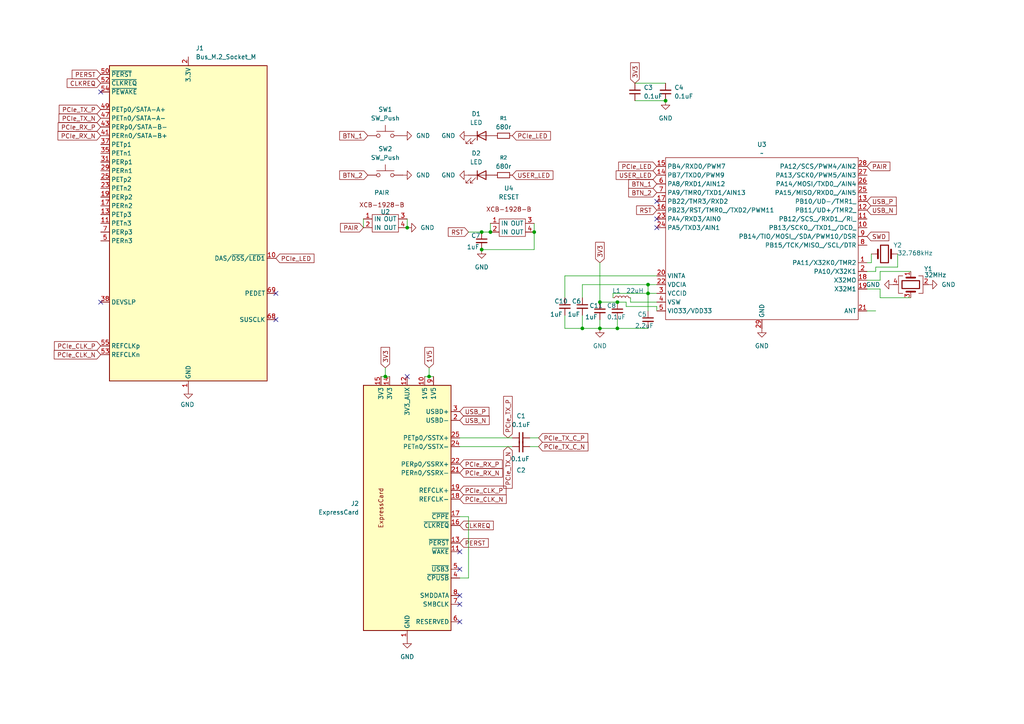
<source format=kicad_sch>
(kicad_sch (version 20250114) (generator "eeschema") (generator_version "9.0")
  (paper "A4")
  (lib_symbols
    (symbol "CH592:CH592F"
      (property "Reference" "U1" (at 25.4 2.54 0))
      (property "Value" "~" (at 25.4 0 0))
      (symbol "CH592F_0_1"
        (rectangle (start -2.54 -1.27) (end 53.34 -48.26))
      )
      (symbol "CH592F_1_1"
        (pin input line (at -5.08 -3.81 0) (length 2.54) (name "PB4/RXD0/PWM7") (number "15"))
        (pin input line (at -5.08 -6.35 0) (length 2.54) (name "PB7/TXD0/PWM9") (number "14"))
        (pin input line (at -5.08 -8.89 0) (length 2.54) (name "PA8/RXD1/AIN12") (number "6"))
        (pin input line (at -5.08 -11.43 0) (length 2.54) (name "PA9/TMR0/TXD1/AIN13") (number "7"))
        (pin input line (at -5.08 -13.97 0) (length 2.54) (name "PB22/TMR3/RXD2") (number "17"))
        (pin input line (at -5.08 -16.51 0) (length 2.54) (name "PB23/RST/TMR0_/TXD2/PWM11") (number "16"))
        (pin input line (at -5.08 -19.05 0) (length 2.54) (name "PA4/RXD3/AIN0") (number "23"))
        (pin input line (at -5.08 -21.59 0) (length 2.54) (name "PA5/TXD3/AIN1") (number "24"))
        (pin input line (at -5.08 -35.56 0) (length 2.54) (name "VINTA") (number "20"))
        (pin input line (at -5.08 -38.1 0) (length 2.54) (name "VDCIA") (number "22"))
        (pin input line (at -5.08 -40.64 0) (length 2.54) (name "VCCID") (number "3"))
        (pin input line (at -5.08 -43.18 0) (length 2.54) (name "VSW") (number "4"))
        (pin input line (at -5.08 -45.72 0) (length 2.54) (name "VIO33/VDD33") (number "5"))
        (pin input line (at 25.4 -50.8 90) (length 2.54) (name "GND") (number "29"))
        (pin input line (at 55.88 -3.81 180) (length 2.54) (name "PA12/SCS/PWM4/AIN2") (number "28"))
        (pin input line (at 55.88 -6.35 180) (length 2.54) (name "PA13/SCK0/PWM5/AIN3") (number "27"))
        (pin input line (at 55.88 -8.89 180) (length 2.54) (name "PA14/MOSI/TXD0_/AIN4") (number "26"))
        (pin input line (at 55.88 -11.43 180) (length 2.54) (name "PA15/MISO/RXD0_/AIN5") (number "25"))
        (pin input line (at 55.88 -13.97 180) (length 2.54) (name "PB10/UD-/TMR1_") (number "13"))
        (pin input line (at 55.88 -16.51 180) (length 2.54) (name "PB11/UD+/TMR2_") (number "12"))
        (pin input line (at 55.88 -19.05 180) (length 2.54) (name "PB12/SCS_/RXD1_/RI_") (number "11"))
        (pin input line (at 55.88 -21.59 180) (length 2.54) (name "PB13/SCK0_/TXD1_/DCD_") (number "10"))
        (pin input line (at 55.88 -24.13 180) (length 2.54) (name "PB14/TIO/MOSI_/SDA/PWM10/DSR") (number "9"))
        (pin input line (at 55.88 -26.67 180) (length 2.54) (name "PB15/TCK/MISO_/SCL/DTR") (number "8"))
        (pin input line (at 55.88 -31.75 180) (length 2.54) (name "PA11/X32K0/TMR2") (number "1"))
        (pin input line (at 55.88 -34.29 180) (length 2.54) (name "PA10/X32K1") (number "2"))
        (pin input line (at 55.88 -36.83 180) (length 2.54) (name "X32MO") (number "18"))
        (pin input line (at 55.88 -39.37 180) (length 2.54) (name "X32M1") (number "19"))
        (pin input line (at 55.88 -45.72 180) (length 2.54) (name "ANT") (number "21"))
      )
    )
    (symbol "Connector:Bus_M.2_Socket_M"
      (property "Reference" "J" (at -22.86 46.99 0))
      (property "Value" "Bus_M.2_Socket_M" (at 16.51 46.99 0))
      (symbol "Bus_M.2_Socket_M_0_1"
        (rectangle (start -22.86 45.72) (end 22.86 -45.72) (stroke (width 0.254)) (fill (type background)))
      )
      (symbol "Bus_M.2_Socket_M_1_1"
        (pin output line (at -25.4 43.18 0) (length 2.54) (name "~{PERST}") (number "50"))
        (pin bidirectional line (at -25.4 40.64 0) (length 2.54) (name "~{CLKREQ}") (number "52"))
        (pin bidirectional line (at -25.4 38.1 0) (length 2.54) (name "~{PEWAKE}") (number "54"))
        (pin output line (at -25.4 33.02 0) (length 2.54) (name "PETp0/SATA-A+") (number "49"))
        (pin output line (at -25.4 30.48 0) (length 2.54) (name "PETn0/SATA-A-") (number "47"))
        (pin input line (at -25.4 27.94 0) (length 2.54) (name "PERp0/SATA-B-") (number "43"))
        (pin input line (at -25.4 25.4 0) (length 2.54) (name "PERn0/SATA-B+") (number "41"))
        (pin output line (at -25.4 22.86 0) (length 2.54) (name "PETp1") (number "37"))
        (pin output line (at -25.4 20.32 0) (length 2.54) (name "PETn1") (number "35"))
        (pin input line (at -25.4 17.78 0) (length 2.54) (name "PERp1") (number "31"))
        (pin input line (at -25.4 15.24 0) (length 2.54) (name "PERn1") (number "29"))
        (pin output line (at -25.4 12.7 0) (length 2.54) (name "PETp2") (number "25"))
        (pin output line (at -25.4 10.16 0) (length 2.54) (name "PETn2") (number "23"))
        (pin input line (at -25.4 7.62 0) (length 2.54) (name "PERp2") (number "19"))
        (pin input line (at -25.4 5.08 0) (length 2.54) (name "PERn2") (number "17"))
        (pin output line (at -25.4 2.54 0) (length 2.54) (name "PETp3") (number "13"))
        (pin output line (at -25.4 0 0) (length 2.54) (name "PETn3") (number "11"))
        (pin input line (at -25.4 -2.54 0) (length 2.54) (name "PERp3") (number "7"))
        (pin input line (at -25.4 -5.08 0) (length 2.54) (name "PERn3") (number "5"))
        (pin output line (at -25.4 -22.86 0) (length 2.54) (name "DEVSLP") (number "38"))
        (pin output line (at -25.4 -35.56 0) (length 2.54) (name "REFCLKp") (number "55"))
        (pin output line (at -25.4 -38.1 0) (length 2.54) (name "REFCLKn") (number "53"))
        (pin passive line (at 0 48.26 270) (length 2.54) (hide yes) (name "3.3V") (number "12"))
        (pin passive line (at 0 48.26 270) (length 2.54) (hide yes) (name "3.3V") (number "14"))
        (pin passive line (at 0 48.26 270) (length 2.54) (hide yes) (name "3.3V") (number "16"))
        (pin passive line (at 0 48.26 270) (length 2.54) (hide yes) (name "3.3V") (number "18"))
        (pin power_in line (at 0 48.26 270) (length 2.54) (name "3.3V") (number "2"))
        (pin passive line (at 0 48.26 270) (length 2.54) (hide yes) (name "3.3V") (number "4"))
        (pin passive line (at 0 48.26 270) (length 2.54) (hide yes) (name "3.3V") (number "70"))
        (pin passive line (at 0 48.26 270) (length 2.54) (hide yes) (name "3.3V") (number "72"))
        (pin passive line (at 0 48.26 270) (length 2.54) (hide yes) (name "3.3V") (number "74"))
        (pin power_in line (at 0 -48.26 90) (length 2.54) (name "GND") (number "1"))
        (pin passive line (at 0 -48.26 90) (length 2.54) (hide yes) (name "GND") (number "15"))
        (pin passive line (at 0 -48.26 90) (length 2.54) (hide yes) (name "GND") (number "21"))
        (pin passive line (at 0 -48.26 90) (length 2.54) (hide yes) (name "GND") (number "27"))
        (pin passive line (at 0 -48.26 90) (length 2.54) (hide yes) (name "GND") (number "3"))
        (pin passive line (at 0 -48.26 90) (length 2.54) (hide yes) (name "GND") (number "33"))
        (pin passive line (at 0 -48.26 90) (length 2.54) (hide yes) (name "GND") (number "39"))
        (pin passive line (at 0 -48.26 90) (length 2.54) (hide yes) (name "GND") (number "45"))
        (pin passive line (at 0 -48.26 90) (length 2.54) (hide yes) (name "GND") (number "51"))
        (pin passive line (at 0 -48.26 90) (length 2.54) (hide yes) (name "GND") (number "57"))
        (pin passive line (at 0 -48.26 90) (length 2.54) (hide yes) (name "GND") (number "71"))
        (pin passive line (at 0 -48.26 90) (length 2.54) (hide yes) (name "GND") (number "73"))
        (pin passive line (at 0 -48.26 90) (length 2.54) (hide yes) (name "GND") (number "75"))
        (pin passive line (at 0 -48.26 90) (length 2.54) (hide yes) (name "GND") (number "9"))
        (pin no_connect line (at 22.86 40.64 180) (length 2.54) (hide yes) (name "NC") (number "58"))
        (pin no_connect line (at 22.86 38.1 180) (length 2.54) (hide yes) (name "NC") (number "56"))
        (pin no_connect line (at 22.86 35.56 180) (length 2.54) (hide yes) (name "NC") (number "48"))
        (pin no_connect line (at 22.86 33.02 180) (length 2.54) (hide yes) (name "NC") (number "46"))
        (pin no_connect line (at 22.86 30.48 180) (length 2.54) (hide yes) (name "NC") (number "44"))
        (pin no_connect line (at 22.86 27.94 180) (length 2.54) (hide yes) (name "NC") (number "42"))
        (pin no_connect line (at 22.86 25.4 180) (length 2.54) (hide yes) (name "NC") (number "40"))
        (pin no_connect line (at 22.86 22.86 180) (length 2.54) (hide yes) (name "NC") (number "36"))
        (pin no_connect line (at 22.86 20.32 180) (length 2.54) (hide yes) (name "NC") (number "34"))
        (pin no_connect line (at 22.86 17.78 180) (length 2.54) (hide yes) (name "NC") (number "32"))
        (pin no_connect line (at 22.86 15.24 180) (length 2.54) (hide yes) (name "NC") (number "30"))
        (pin no_connect line (at 22.86 12.7 180) (length 2.54) (hide yes) (name "NC") (number "28"))
        (pin no_connect line (at 22.86 10.16 180) (length 2.54) (hide yes) (name "NC") (number "26"))
        (pin no_connect line (at 22.86 7.62 180) (length 2.54) (hide yes) (name "NC") (number "24"))
        (pin no_connect line (at 22.86 5.08 180) (length 2.54) (hide yes) (name "NC") (number "22"))
        (pin no_connect line (at 22.86 2.54 180) (length 2.54) (hide yes) (name "NC") (number "20"))
        (pin no_connect line (at 22.86 0 180) (length 2.54) (hide yes) (name "NC") (number "8"))
        (pin no_connect line (at 22.86 -2.54 180) (length 2.54) (hide yes) (name "NC") (number "6"))
        (pin no_connect line (at 22.86 -5.08 180) (length 2.54) (hide yes) (name "NC") (number "67"))
        (pin bidirectional line (at 25.4 -10.16 180) (length 2.54) (name "DAS/~{DSS}/~{LED1}") (number "10"))
        (pin passive line (at 25.4 -20.32 180) (length 2.54) (name "PEDET") (number "69"))
        (pin output line (at 25.4 -27.94 180) (length 2.54) (name "SUSCLK") (number "68"))
      )
    )
    (symbol "Connector:ExpressCard"
      (property "Reference" "J" (at 11.43 36.83 0))
      (property "Value" "ExpressCard" (at 7.62 -36.83 0))
      (symbol "ExpressCard_0_0"
        (text "ExpressCard" (at -7.62 0 900) (effects (font (size 1.27 1.27))))
      )
      (symbol "ExpressCard_0_1"
        (rectangle (start -12.7 35.56) (end 12.7 -35.56) (stroke (width 0.254)) (fill (type background)))
      )
      (symbol "ExpressCard_1_1"
        (pin power_out line (at -7.62 38.1 270) (length 2.54) (name "3V3") (number "15"))
        (pin power_out line (at -5.08 38.1 270) (length 2.54) (name "3V3") (number "14"))
        (pin power_out line (at 0 38.1 270) (length 2.54) (name "3V3_AUX") (number "12"))
        (pin power_out line (at 0 -38.1 90) (length 2.54) (name "GND") (number "1"))
        (pin passive line (at 0 -38.1 90) (length 2.54) (hide yes) (name "GND") (number "20"))
        (pin passive line (at 0 -38.1 90) (length 2.54) (hide yes) (name "GND") (number "23"))
        (pin passive line (at 0 -38.1 90) (length 2.54) (hide yes) (name "GND") (number "26"))
        (pin power_out line (at 5.08 38.1 270) (length 2.54) (name "1V5") (number "10"))
        (pin power_out line (at 7.62 38.1 270) (length 2.54) (name "1V5") (number "9"))
        (pin bidirectional line (at 15.24 27.94 180) (length 2.54) (name "USBD+") (number "3"))
        (pin bidirectional line (at 15.24 25.4 180) (length 2.54) (name "USBD-") (number "2"))
        (pin output line (at 15.24 20.32 180) (length 2.54) (name "PETp0/SSTX+") (number "25"))
        (pin output line (at 15.24 17.78 180) (length 2.54) (name "PETn0/SSTX-") (number "24"))
        (pin input line (at 15.24 12.7 180) (length 2.54) (name "PERp0/SSRX+") (number "22"))
        (pin input line (at 15.24 10.16 180) (length 2.54) (name "PERn0/SSRX-") (number "21"))
        (pin output line (at 15.24 5.08 180) (length 2.54) (name "REFCLK+") (number "19"))
        (pin output line (at 15.24 2.54 180) (length 2.54) (name "REFCLK-") (number "18"))
        (pin input line (at 15.24 -2.54 180) (length 2.54) (name "~{CPPE}") (number "17"))
        (pin input line (at 15.24 -5.08 180) (length 2.54) (name "~{CLKREQ}") (number "16"))
        (pin output line (at 15.24 -10.16 180) (length 2.54) (name "~{PERST}") (number "13"))
        (pin input line (at 15.24 -12.7 180) (length 2.54) (name "~{WAKE}") (number "11"))
        (pin bidirectional line (at 15.24 -17.78 180) (length 2.54) (name "~{USB3}") (number "5"))
        (pin input line (at 15.24 -20.32 180) (length 2.54) (name "~{CPUSB}") (number "4"))
        (pin bidirectional line (at 15.24 -25.4 180) (length 2.54) (name "SMDDATA") (number "8"))
        (pin output line (at 15.24 -27.94 180) (length 2.54) (name "SMBCLK") (number "7"))
        (pin passive line (at 15.24 -33.02 180) (length 2.54) (name "RESERVED") (number "6"))
      )
    )
    (symbol "Device:C_Small" (pin_numbers (hide yes)) (pin_names (offset 0.254) (hide yes))
      (property "Reference" "C" (at 0.254 1.778 0))
      (property "Value" "C_Small" (at 0.254 -2.032 0))
      (symbol "C_Small_0_1"
        (polyline (pts (xy -1.524 0.508) (xy 1.524 0.508)) (stroke (width 0.3048)))
        (polyline (pts (xy -1.524 -0.508) (xy 1.524 -0.508)) (stroke (width 0.3302)))
      )
      (symbol "C_Small_1_1"
        (pin passive line (at 0 2.54 270) (length 2.032) (name "~") (number "1"))
        (pin passive line (at 0 -2.54 90) (length 2.032) (name "~") (number "2"))
      )
    )
    (symbol "Device:Crystal" (pin_numbers (hide yes)) (pin_names (offset 1.016) (hide yes))
      (property "Reference" "Y" (at 0 3.81 0))
      (property "Value" "Crystal" (at 0 -3.81 0))
      (symbol "Crystal_0_1"
        (polyline (pts (xy -2.54 0) (xy -1.905 0)))
        (polyline (pts (xy -1.905 -1.27) (xy -1.905 1.27)) (stroke (width 0.508)))
        (rectangle (start -1.143 2.54) (end 1.143 -2.54) (stroke (width 0.3048)))
        (polyline (pts (xy 1.905 -1.27) (xy 1.905 1.27)) (stroke (width 0.508)))
        (polyline (pts (xy 2.54 0) (xy 1.905 0)))
      )
      (symbol "Crystal_1_1"
        (pin passive line (at -3.81 0 0) (length 1.27) (name "1") (number "1"))
        (pin passive line (at 3.81 0 180) (length 1.27) (name "2") (number "2"))
      )
    )
    (symbol "Device:Crystal_GND24" (pin_names (offset 1.016) (hide yes))
      (property "Reference" "Y" (at 3.175 5.08 0))
      (property "Value" "Crystal_GND24" (at 3.175 3.175 0))
      (symbol "Crystal_GND24_0_1"
        (polyline (pts (xy -2.54 2.286) (xy -2.54 3.556) (xy 2.54 3.556) (xy 2.54 2.286)))
        (polyline (pts (xy -2.54 0) (xy -2.032 0)))
        (polyline (pts (xy -2.54 -2.286) (xy -2.54 -3.556) (xy 2.54 -3.556) (xy 2.54 -2.286)))
        (polyline (pts (xy -2.032 -1.27) (xy -2.032 1.27)) (stroke (width 0.508)))
        (rectangle (start -1.143 2.54) (end 1.143 -2.54) (stroke (width 0.3048)))
        (polyline (pts (xy 0 3.556) (xy 0 3.81)))
        (polyline (pts (xy 0 -3.81) (xy 0 -3.556)))
        (polyline (pts (xy 2.032 0) (xy 2.54 0)))
        (polyline (pts (xy 2.032 -1.27) (xy 2.032 1.27)) (stroke (width 0.508)))
      )
      (symbol "Crystal_GND24_1_1"
        (pin passive line (at -3.81 0 0) (length 1.27) (name "1") (number "1"))
        (pin passive line (at 0 5.08 270) (length 1.27) (name "2") (number "2"))
        (pin passive line (at 0 -5.08 90) (length 1.27) (name "4") (number "4"))
        (pin passive line (at 3.81 0 180) (length 1.27) (name "3") (number "3"))
      )
    )
    (symbol "Device:LED" (pin_numbers (hide yes)) (pin_names (offset 1.016) (hide yes))
      (property "Reference" "D" (at 0 2.54 0))
      (property "Value" "LED" (at 0 -2.54 0))
      (symbol "LED_0_1"
        (polyline (pts (xy -3.048 -0.762) (xy -4.572 -2.286) (xy -3.81 -2.286) (xy -4.572 -2.286) (xy -4.572 -1.524)))
        (polyline (pts (xy -1.778 -0.762) (xy -3.302 -2.286) (xy -2.54 -2.286) (xy -3.302 -2.286) (xy -3.302 -1.524)))
        (polyline (pts (xy -1.27 0) (xy 1.27 0)))
        (polyline (pts (xy -1.27 -1.27) (xy -1.27 1.27)) (stroke (width 0.254)))
        (polyline (pts (xy 1.27 -1.27) (xy 1.27 1.27) (xy -1.27 0) (xy 1.27 -1.27)) (stroke (width 0.254)))
      )
      (symbol "LED_1_1"
        (pin passive line (at -3.81 0 0) (length 2.54) (name "K") (number "1"))
        (pin passive line (at 3.81 0 180) (length 2.54) (name "A") (number "2"))
      )
    )
    (symbol "Device:L_Small" (pin_numbers (hide yes)) (pin_names (offset 0.254) (hide yes))
      (property "Reference" "L" (at 0.762 1.016 0))
      (property "Value" "L_Small" (at 0.762 -1.016 0))
      (symbol "L_Small_0_1"
        (arc (start 0 2.032) (mid 0.5058 1.524) (end 0 1.016))
        (arc (start 0 1.016) (mid 0.5058 0.508) (end 0 0))
        (arc (start 0 0) (mid 0.5058 -0.508) (end 0 -1.016))
        (arc (start 0 -1.016) (mid 0.5058 -1.524) (end 0 -2.032))
      )
      (symbol "L_Small_1_1"
        (pin passive line (at 0 2.54 270) (length 0.508) (name "~") (number "1"))
        (pin passive line (at 0 -2.54 90) (length 0.508) (name "~") (number "2"))
      )
    )
    (symbol "Device:R_Small" (pin_numbers (hide yes)) (pin_names (offset 0.254) (hide yes))
      (property "Reference" "R" (at 0 0 90))
      (property "Value" "R_Small" (at 1.778 0 90))
      (symbol "R_Small_0_1"
        (rectangle (start -0.762 1.778) (end 0.762 -1.778) (stroke (width 0.2032)))
      )
      (symbol "R_Small_1_1"
        (pin passive line (at 0 2.54 270) (length 0.762) (name "~") (number "1"))
        (pin passive line (at 0 -2.54 90) (length 0.762) (name "~") (number "2"))
      )
    )
    (symbol "Switch:SW_Push" (pin_numbers (hide yes)) (pin_names (offset 1.016) (hide yes))
      (property "Reference" "SW" (at 1.27 2.54 0))
      (property "Value" "SW_Push" (at 0 -1.524 0))
      (symbol "SW_Push_0_1"
        (circle (center -2.032 0) (radius 0.508))
        (polyline (pts (xy 0 1.27) (xy 0 3.048)))
        (circle (center 2.032 0) (radius 0.508))
        (polyline (pts (xy 2.54 1.27) (xy -2.54 1.27)))
        (pin passive line (at -5.08 0 0) (length 2.54) (name "1") (number "1"))
        (pin passive line (at 5.08 0 180) (length 2.54) (name "2") (number "2"))
      )
    )
    (symbol "XCB TS-1928-B:TS-1928-B"
      (property "Reference" "U" (at 0 0 0))
      (symbol "TS-1928-B_0_1"
        (rectangle (start -2.54 -6.35) (end 5.08 -11.43))
      )
      (symbol "TS-1928-B_1_1"
        (text "XCB-1928-B" (at 0.254 -3.556 0) (effects (font (size 1.27 1.27))))
        (pin input line (at -5.08 -7.62 0) (length 2.54) (name "IN") (number "1"))
        (pin input line (at -5.08 -10.16 0) (length 2.54) (name "IN") (number "2"))
        (pin input line (at 7.62 -7.62 180) (length 2.54) (name "OUT") (number "3"))
        (pin input line (at 7.62 -10.16 180) (length 2.54) (name "OUT") (number "4"))
      )
    )
    (symbol "power:GND" (power) (pin_numbers (hide yes)) (pin_names (offset 0) (hide yes))
      (property "Value" "GND" (at 0 -3.81 0))
      (symbol "GND_0_1"
        (polyline (pts (xy 0 0) (xy 0 -1.27) (xy 1.27 -1.27) (xy 0 -2.54) (xy -1.27 -1.27) (xy 0 -1.27)))
      )
      (symbol "GND_1_1"
        (pin power_in line (at 0 0 270) (length 0) (name "~") (number "1"))
      )
    )
  )
  (junction (at 187.96 85.09))
  (junction (at 187.96 82.55))
  (junction (at 168.91 95.25))
  (junction (at 111.76 109.22))
  (junction (at 179.07 95.25))
  (junction (at 179.07 87.63))
  (junction (at 142.24 67.31))
  (junction (at 173.99 87.63))
  (junction (at 124.46 109.22))
  (junction (at 154.94 67.31))
  (junction (at 193.04 29.21))
  (junction (at 118.11 66.04))
  (junction (at 173.99 95.25))
  (junction (at 139.7 72.39))
  (junction (at 139.7 67.31))
  (no_connect (at 190.5 66.04))
  (no_connect (at 133.35 165.1))
  (no_connect (at 118.11 109.22))
  (no_connect (at 133.35 175.26))
  (no_connect (at 190.5 63.5))
  (no_connect (at 190.5 58.42))
  (no_connect (at 80.01 85.09))
  (no_connect (at 80.01 92.71))
  (no_connect (at 133.35 160.02))
  (no_connect (at 133.35 180.34))
  (no_connect (at 29.21 87.63))
  (no_connect (at 29.21 26.67))
  (no_connect (at 133.35 172.72))
  (wire (pts (xy 179.07 95.25) (xy 187.96 95.25)))
  (wire (pts (xy 252.73 76.2) (xy 252.73 73.66)))
  (wire (pts (xy 255.27 78.74) (xy 264.16 78.74)))
  (wire (pts (xy 156.21 127) (xy 153.67 127)))
  (wire (pts (xy 264.16 86.36) (xy 255.27 86.36)))
  (wire (pts (xy 181.61 87.63) (xy 181.61 88.9)))
  (wire (pts (xy 173.99 87.63) (xy 179.07 87.63)))
  (wire (pts (xy 187.96 85.09) (xy 190.5 85.09)))
  (wire (pts (xy 184.15 29.21) (xy 193.04 29.21)))
  (wire (pts (xy 254 77.47) (xy 260.35 77.47)))
  (wire (pts (xy 110.49 109.22) (xy 111.76 109.22)))
  (wire (pts (xy 118.11 63.5) (xy 118.11 66.04)))
  (wire (pts (xy 184.15 24.13) (xy 193.04 24.13)))
  (wire (pts (xy 255.27 86.36) (xy 255.27 83.82)))
  (wire (pts (xy 251.46 76.2) (xy 252.73 76.2)))
  (wire (pts (xy 177.8 85.09) (xy 177.8 86.36)))
  (wire (pts (xy 260.35 77.47) (xy 260.35 73.66)))
  (wire (pts (xy 168.91 86.36) (xy 168.91 82.55)))
  (wire (pts (xy 135.89 67.31) (xy 139.7 67.31)))
  (wire (pts (xy 124.46 109.22) (xy 124.46 106.68)))
  (wire (pts (xy 105.41 63.5) (xy 105.41 66.04)))
  (wire (pts (xy 177.8 85.09) (xy 187.96 85.09)))
  (wire (pts (xy 173.99 95.25) (xy 179.07 95.25)))
  (wire (pts (xy 156.21 129.54) (xy 153.67 129.54)))
  (wire (pts (xy 187.96 82.55) (xy 187.96 85.09)))
  (wire (pts (xy 142.24 64.77) (xy 142.24 67.31)))
  (wire (pts (xy 254 78.74) (xy 254 77.47)))
  (wire (pts (xy 168.91 95.25) (xy 173.99 95.25)))
  (wire (pts (xy 168.91 91.44) (xy 168.91 95.25)))
  (wire (pts (xy 181.61 88.9) (xy 190.5 88.9)))
  (wire (pts (xy 179.07 95.25) (xy 179.07 92.71)))
  (wire (pts (xy 251.46 90.17) (xy 254 90.17)))
  (wire (pts (xy 139.7 67.31) (xy 142.24 67.31)))
  (wire (pts (xy 251.46 83.82) (xy 255.27 83.82)))
  (wire (pts (xy 111.76 106.68) (xy 111.76 109.22)))
  (wire (pts (xy 135.89 149.86) (xy 135.89 167.64)))
  (wire (pts (xy 168.91 82.55) (xy 187.96 82.55)))
  (wire (pts (xy 190.5 82.55) (xy 187.96 82.55)))
  (wire (pts (xy 163.83 91.44) (xy 163.83 95.25)))
  (wire (pts (xy 135.89 167.64) (xy 133.35 167.64)))
  (wire (pts (xy 251.46 78.74) (xy 254 78.74)))
  (wire (pts (xy 163.83 80.01) (xy 190.5 80.01)))
  (wire (pts (xy 182.88 87.63) (xy 182.88 86.36)))
  (wire (pts (xy 173.99 76.2) (xy 173.99 87.63)))
  (wire (pts (xy 251.46 81.28) (xy 255.27 81.28)))
  (wire (pts (xy 163.83 80.01) (xy 163.83 86.36)))
  (wire (pts (xy 154.94 64.77) (xy 154.94 67.31)))
  (wire (pts (xy 133.35 149.86) (xy 135.89 149.86)))
  (wire (pts (xy 133.35 127) (xy 148.59 127)))
  (wire (pts (xy 123.19 109.22) (xy 124.46 109.22)))
  (wire (pts (xy 187.96 90.17) (xy 187.96 85.09)))
  (wire (pts (xy 133.35 129.54) (xy 148.59 129.54)))
  (wire (pts (xy 190.5 87.63) (xy 182.88 87.63)))
  (wire (pts (xy 154.94 67.31) (xy 154.94 72.39)))
  (wire (pts (xy 124.46 109.22) (xy 125.73 109.22)))
  (wire (pts (xy 179.07 87.63) (xy 181.61 87.63)))
  (wire (pts (xy 255.27 81.28) (xy 255.27 78.74)))
  (wire (pts (xy 111.76 109.22) (xy 113.03 109.22)))
  (wire (pts (xy 154.94 72.39) (xy 139.7 72.39)))
  (wire (pts (xy 190.5 88.9) (xy 190.5 90.17)))
  (wire (pts (xy 173.99 95.25) (xy 173.99 92.71)))
  (wire (pts (xy 163.83 95.25) (xy 168.91 95.25)))
  (global_label "PCIe_RX_P" (shape input) (at 133.35 134.62 0) (property "Intersheetrefs" "${INTERSHEET_REFS}" (effects (hide yes))))
  (global_label "PCIe_TX_C_N" (shape input) (at 156.21 129.54 0) (property "Intersheetrefs" "${INTERSHEET_REFS}" (effects (hide yes))))
  (global_label "PCIe_LED" (shape input) (at 148.59 39.37 0) (property "Intersheetrefs" "${INTERSHEET_REFS}" (effects (hide yes))))
  (global_label "PCIe_TX_C_P" (shape input) (at 156.21 127 0) (property "Intersheetrefs" "${INTERSHEET_REFS}" (effects (hide yes))))
  (global_label "PCIe_LED" (shape input) (at 190.5 48.26 180) (property "Intersheetrefs" "${INTERSHEET_REFS}" (effects (hide yes))))
  (global_label "PCIe_TX_P" (shape input) (at 147.32 127 90) (property "Intersheetrefs" "${INTERSHEET_REFS}" (effects (hide yes))))
  (global_label "3V3" (shape input) (at 111.76 106.68 90) (property "Intersheetrefs" "${INTERSHEET_REFS}" (effects (hide yes))))
  (global_label "PCIe_CLK_P" (shape input) (at 133.35 142.24 0) (property "Intersheetrefs" "${INTERSHEET_REFS}" (effects (hide yes))))
  (global_label "CLKREQ" (shape input) (at 29.21 24.13 180) (property "Intersheetrefs" "${INTERSHEET_REFS}" (effects (hide yes))))
  (global_label "PERST" (shape input) (at 133.35 157.48 0) (property "Intersheetrefs" "${INTERSHEET_REFS}" (effects (hide yes))))
  (global_label "USER_LED" (shape input) (at 190.5 50.8 180) (property "Intersheetrefs" "${INTERSHEET_REFS}" (effects (hide yes))))
  (global_label "USB_P" (shape input) (at 251.46 58.42 0) (property "Intersheetrefs" "${INTERSHEET_REFS}" (effects (hide yes))))
  (global_label "USER_LED" (shape input) (at 148.59 50.8 0) (property "Intersheetrefs" "${INTERSHEET_REFS}" (effects (hide yes))))
  (global_label "PAIR" (shape input) (at 105.41 66.04 180) (property "Intersheetrefs" "${INTERSHEET_REFS}" (effects (hide yes))))
  (global_label "PCIe_TX_P" (shape input) (at 29.21 31.75 180) (property "Intersheetrefs" "${INTERSHEET_REFS}" (effects (hide yes))))
  (global_label "PCIe_RX_N" (shape input) (at 133.35 137.16 0) (property "Intersheetrefs" "${INTERSHEET_REFS}" (effects (hide yes))))
  (global_label "1V5" (shape input) (at 124.46 106.68 90) (property "Intersheetrefs" "${INTERSHEET_REFS}" (effects (hide yes))))
  (global_label "PCIe_CLK_N" (shape input) (at 29.21 102.87 180) (property "Intersheetrefs" "${INTERSHEET_REFS}" (effects (hide yes))))
  (global_label "3V3" (shape input) (at 173.99 76.2 90) (property "Intersheetrefs" "${INTERSHEET_REFS}" (effects (hide yes))))
  (global_label "BTN_2" (shape input) (at 190.5 55.88 180) (property "Intersheetrefs" "${INTERSHEET_REFS}" (effects (hide yes))))
  (global_label "PCIe_TX_N" (shape input) (at 147.32 129.54 270) (property "Intersheetrefs" "${INTERSHEET_REFS}" (effects (hide yes))))
  (global_label "PCIe_RX_P" (shape input) (at 29.21 36.83 180) (property "Intersheetrefs" "${INTERSHEET_REFS}" (effects (hide yes))))
  (global_label "PCIe_LED" (shape input) (at 80.01 74.93 0) (property "Intersheetrefs" "${INTERSHEET_REFS}" (effects (hide yes))))
  (global_label "3V3" (shape input) (at 184.15 24.13 90) (property "Intersheetrefs" "${INTERSHEET_REFS}" (effects (hide yes))))
  (global_label "PCIe_CLK_N" (shape input) (at 133.35 144.78 0) (property "Intersheetrefs" "${INTERSHEET_REFS}" (effects (hide yes))))
  (global_label "PAIR" (shape input) (at 251.46 48.26 0) (property "Intersheetrefs" "${INTERSHEET_REFS}" (effects (hide yes))))
  (global_label "USB_N" (shape input) (at 251.46 60.96 0) (property "Intersheetrefs" "${INTERSHEET_REFS}" (effects (hide yes))))
  (global_label "RST" (shape input) (at 190.5 60.96 180) (property "Intersheetrefs" "${INTERSHEET_REFS}" (effects (hide yes))))
  (global_label "SWD" (shape input) (at 251.46 68.58 0) (property "Intersheetrefs" "${INTERSHEET_REFS}" (effects (hide yes))))
  (global_label "PCIe_CLK_P" (shape input) (at 29.21 100.33 180) (property "Intersheetrefs" "${INTERSHEET_REFS}" (effects (hide yes))))
  (global_label "PERST" (shape input) (at 29.21 21.59 180) (property "Intersheetrefs" "${INTERSHEET_REFS}" (effects (hide yes))))
  (global_label "PCIe_RX_N" (shape input) (at 29.21 39.37 180) (property "Intersheetrefs" "${INTERSHEET_REFS}" (effects (hide yes))))
  (global_label "BTN_1" (shape input) (at 190.5 53.34 180) (property "Intersheetrefs" "${INTERSHEET_REFS}" (effects (hide yes))))
  (global_label "CLKREQ" (shape input) (at 133.35 152.4 0) (property "Intersheetrefs" "${INTERSHEET_REFS}" (effects (hide yes))))
  (global_label "PCIe_TX_N" (shape input) (at 29.21 34.29 180) (property "Intersheetrefs" "${INTERSHEET_REFS}" (effects (hide yes))))
  (global_label "BTN_1" (shape input) (at 106.68 39.37 180) (property "Intersheetrefs" "${INTERSHEET_REFS}" (effects (hide yes))))
  (global_label "RST" (shape input) (at 135.89 67.31 180) (property "Intersheetrefs" "${INTERSHEET_REFS}" (effects (hide yes))))
  (global_label "USB_N" (shape input) (at 133.35 121.92 0) (property "Intersheetrefs" "${INTERSHEET_REFS}" (effects (hide yes))))
  (global_label "USB_P" (shape input) (at 133.35 119.38 0) (property "Intersheetrefs" "${INTERSHEET_REFS}" (effects (hide yes))))
  (global_label "BTN_2" (shape input) (at 106.68 50.8 180) (property "Intersheetrefs" "${INTERSHEET_REFS}" (effects (hide yes))))
  (symbol (lib_id "power:GND") (at 173.99 95.25 0) (unit 1)
    (property "Reference" "#PWR09" (effects (hide yes)))
    (property "Value" "GND" (at 173.99 100.33 0))
    (property "Description" "Power symbol creates a global label with name \"GND\" , ground" (effects (hide yes)))
  )
  (symbol (lib_id "Device:R_Small") (at 146.05 50.8 90) (unit 1)
    (property "Reference" "R2" (at 146.05 45.72 90) (effects (font (size 1.016 1.016))))
    (property "Value" "680r" (at 146.05 48.26 90))
    (property "Footprint" "Resistor_SMD:R_0402_1005Metric" (effects (hide yes)))
    (property "Description" "Resistor, small symbol" (effects (hide yes)))
  )
  (symbol (lib_id "Device:C_Small") (at 168.91 88.9 0) (unit 1)
    (property "Reference" "C6" (at 165.862 87.376 0) (effects (justify left)))
    (property "Value" "1uF" (at 164.592 91.186 0) (effects (justify left)))
    (property "Footprint" "Capacitor_SMD:C_0402_1005Metric" (effects (hide yes)))
    (property "Description" "Unpolarized capacitor, small symbol" (effects (hide yes)))
  )
  (symbol (lib_id "Device:C_Small") (at 179.07 90.17 0) (unit 1)
    (property "Reference" "C8" (at 176.022 88.646 0) (effects (justify left)))
    (property "Value" "0.1uF" (at 176.022 91.948 0) (effects (justify left)))
    (property "Footprint" "Capacitor_SMD:C_0402_1005Metric" (effects (hide yes)))
    (property "Description" "Unpolarized capacitor, small symbol" (effects (hide yes)))
  )
  (symbol (lib_id "power:GND") (at 139.7 72.39 0) (unit 1)
    (property "Reference" "#PWR010" (effects (hide yes)))
    (property "Value" "GND" (at 139.7 77.47 0))
    (property "Description" "Power symbol creates a global label with name \"GND\" , ground" (effects (hide yes)))
  )
  (symbol (lib_id "Device:C_Small") (at 187.96 92.71 0) (unit 1)
    (property "Reference" "C5" (at 184.912 91.186 0) (effects (justify left)))
    (property "Value" "2.2uF" (at 184.15 94.488 0) (effects (justify left)))
    (property "Footprint" "Capacitor_SMD:C_0402_1005Metric" (effects (hide yes)))
    (property "Description" "Unpolarized capacitor, small symbol" (effects (hide yes)))
  )
  (symbol (lib_id "CH592:CH592F") (at 195.58 44.45 0) (unit 1)
    (property "Reference" "U3" (at 220.98 41.91 0))
    (property "Value" "~" (at 220.98 44.45 0))
    (property "Footprint" "Package_DFN_QFN:QFN-28-1EP_4x4mm_P0.4mm_EP2.3x2.3mm" (effects (hide yes)))
  )
  (symbol (lib_id "Switch:SW_Push") (at 111.76 50.8 0) (unit 1)
    (property "Reference" "SW2" (at 111.76 43.18 0))
    (property "Value" "SW_Push" (at 111.76 45.72 0))
    (property "Description" "Push button switch, generic, two pins" (effects (hide yes)))
  )
  (symbol (lib_id "Connector:ExpressCard") (at 118.11 147.32 0) (unit 1)
    (property "Reference" "J2" (at 104.14 146.0499 0) (effects (justify right)))
    (property "Value" "ExpressCard" (at 104.14 148.5899 0) (effects (justify right)))
    (property "Footprint" "thinkmoth:ExpressCard_Plug" (effects (hide yes)))
    (property "Datasheet" "https://web.archive.org/web/20180809060653/http://www.usb.org/developers/expresscard/EC_specifications/ExpressCard_2_0_FINAL.pdf" (effects (hide yes)))
    (property "Description" "ExpressCard connector" (effects (hide yes)))
  )
  (symbol (lib_id "Device:C_Small") (at 163.83 88.9 0) (unit 1)
    (property "Reference" "C10" (at 160.782 87.376 0) (effects (justify left)))
    (property "Value" "1uF" (at 159.512 91.186 0) (effects (justify left)))
    (property "Footprint" "Capacitor_SMD:C_0402_1005Metric" (effects (hide yes)))
    (property "Description" "Unpolarized capacitor, small symbol" (effects (hide yes)))
  )
  (symbol (lib_id "Device:C_Small") (at 193.04 26.67 180) (unit 1)
    (property "Reference" "C4" (at 195.58 25.3935 0) (effects (justify right)))
    (property "Value" "0.1uF" (at 195.58 27.9335 0) (effects (justify right)))
    (property "Footprint" "Capacitor_SMD:C_0402_1005Metric" (effects (hide yes)))
    (property "Description" "Unpolarized capacitor, small symbol" (effects (hide yes)))
  )
  (symbol (lib_id "Device:C_Small") (at 184.15 26.67 180) (unit 1)
    (property "Reference" "C3" (at 186.69 25.3935 0) (effects (justify right)))
    (property "Value" "0.1uF" (at 186.69 27.9335 0) (effects (justify right)))
    (property "Footprint" "Capacitor_SMD:C_0402_1005Metric" (effects (hide yes)))
    (property "Description" "Unpolarized capacitor, small symbol" (effects (hide yes)))
  )
  (symbol (lib_id "power:GND") (at 118.11 66.04 90) (unit 1)
    (property "Reference" "#PWR012" (effects (hide yes)))
    (property "Value" "GND" (at 121.92 66.0399 90) (effects (justify right)))
    (property "Description" "Power symbol creates a global label with name \"GND\" , ground" (effects (hide yes)))
  )
  (symbol (lib_id "XCB TS-1928-B:TS-1928-B") (at 147.32 57.15 0) (unit 1)
    (property "Reference" "U4" (at 147.574 54.61 0))
    (property "Value" "RESET" (at 147.574 57.15 0))
    (property "Footprint" "thinkmoth:KEY-SMD_4P-L2.8-W2.0-P1.20-LS3.0-TL" (effects (hide yes)))
    (property "Description" "Push button switch, generic, two pins" (effects (hide yes)))
  )
  (symbol (lib_id "power:GND") (at 259.08 82.55 270) (unit 1)
    (property "Reference" "#PWR0101" (effects (hide yes)))
    (property "Value" "GND" (at 255.27 82.5499 90) (effects (justify right)))
    (property "Description" "Power symbol creates a global label with name \"GND\" , ground" (effects (hide yes)))
  )
  (symbol (lib_id "Device:C_Small") (at 139.7 69.85 0) (unit 1)
    (property "Reference" "C7" (at 136.652 68.326 0) (effects (justify left)))
    (property "Value" "1uF" (at 135.382 71.628 0) (effects (justify left)))
    (property "Footprint" "Capacitor_SMD:C_0402_1005Metric" (effects (hide yes)))
    (property "Description" "Unpolarized capacitor, small symbol" (effects (hide yes)))
  )
  (symbol (lib_id "XCB TS-1928-B:TS-1928-B") (at 110.49 55.88 0) (unit 1)
    (property "Reference" "U2" (at 111.76 61.468 0))
    (property "Value" "PAIR" (at 110.744 55.88 0))
    (property "Footprint" "thinkmoth:KEY-SMD_4P-L2.8-W2.0-P1.20-LS3.0-TL" (effects (hide yes)))
    (property "Description" "Push button switch, generic, two pins" (effects (hide yes)))
  )
  (symbol (lib_id "power:GND") (at 269.24 82.55 90) (unit 1)
    (property "Reference" "#PWR013" (effects (hide yes)))
    (property "Value" "GND" (at 273.05 82.5499 90) (effects (justify right)))
    (property "Description" "Power symbol creates a global label with name \"GND\" , ground" (effects (hide yes)))
  )
  (symbol (lib_id "Device:Crystal") (at 256.54 73.66 0) (unit 1)
    (property "Reference" "Y2" (at 260.35 71.12 0))
    (property "Value" "32.768kHz" (at 265.43 73.406 0))
    (property "Footprint" "Crystal:Crystal_SMD_2012-2Pin_2.0x1.2mm" (effects (hide yes)))
    (property "Description" "Two pin crystal" (effects (hide yes)))
  )
  (symbol (lib_id "power:GND") (at 116.84 50.8 90) (unit 1)
    (property "Reference" "#PWR02" (effects (hide yes)))
    (property "Value" "GND" (at 120.65 50.7999 90) (effects (justify right)))
    (property "Description" "Power symbol creates a global label with name \"GND\" , ground" (effects (hide yes)))
  )
  (symbol (lib_id "Device:L_Small") (at 180.34 86.36 90) (unit 1)
    (property "Reference" "L1" (at 178.816 84.328 90))
    (property "Value" "22uH" (at 184.15 84.328 90))
    (property "Footprint" "Inductor_SMD:L_0603_1608Metric" (effects (hide yes)))
    (property "Description" "Inductor, small symbol" (effects (hide yes)))
  )
  (symbol (lib_id "power:GND") (at 135.89 39.37 270) (mirror x) (unit 1)
    (property "Reference" "#PWR06" (effects (hide yes)))
    (property "Value" "GND" (at 132.08 39.3699 90) (effects (justify right)))
    (property "Description" "Power symbol creates a global label with name \"GND\" , ground" (effects (hide yes)))
  )
  (symbol (lib_id "Device:R_Small") (at 146.05 39.37 90) (unit 1)
    (property "Reference" "R1" (at 146.05 34.29 90) (effects (font (size 1.016 1.016))))
    (property "Value" "680r" (at 146.05 36.83 90))
    (property "Footprint" "Resistor_SMD:R_0402_1005Metric" (effects (hide yes)))
    (property "Description" "Resistor, small symbol" (effects (hide yes)))
  )
  (symbol (lib_id "Device:C_Small") (at 173.99 90.17 0) (unit 1)
    (property "Reference" "C11" (at 170.942 88.646 0) (effects (justify left)))
    (property "Value" "1uF" (at 169.672 91.948 0) (effects (justify left)))
    (property "Footprint" "Capacitor_SMD:C_0402_1005Metric" (effects (hide yes)))
    (property "Description" "Unpolarized capacitor, small symbol" (effects (hide yes)))
  )
  (symbol (lib_id "Switch:SW_Push") (at 111.76 39.37 0) (unit 1)
    (property "Reference" "SW1" (at 111.76 31.75 0))
    (property "Value" "SW_Push" (at 111.76 34.29 0))
    (property "Description" "Push button switch, generic, two pins" (effects (hide yes)))
  )
  (symbol (lib_id "power:GND") (at 220.98 95.25 0) (unit 1)
    (property "Reference" "#PWR011" (effects (hide yes)))
    (property "Value" "GND" (at 220.98 100.33 0))
    (property "Description" "Power symbol creates a global label with name \"GND\" , ground" (effects (hide yes)))
  )
  (symbol (lib_id "Connector:Bus_M.2_Socket_M") (at 54.61 64.77 0) (unit 1)
    (property "Reference" "J1" (at 56.7533 13.97 0) (effects (justify left)))
    (property "Value" "Bus_M.2_Socket_M" (at 56.7533 16.51 0) (effects (justify left)))
    (property "Footprint" "thinkmoth:CONN-SMD_APCI0159-P001A" (effects (hide yes)))
    (property "Datasheet" "https://web.archive.org/web/20200613074028/http://read.pudn.com/downloads794/doc/project/3133918/PCIe_M.2_Electromechanical_Spec_Rev1.0_Final_11012013_RS_Clean.pdf#page=155" (effects (hide yes)))
    (property "Description" "M.2 Socket 3 Mechanical Key M" (effects (hide yes)))
  )
  (symbol (lib_id "Device:LED") (at 139.7 39.37 0) (unit 1)
    (property "Reference" "D1" (at 138.1125 33.02 0))
    (property "Value" "LED" (at 138.1125 35.56 0))
    (property "Footprint" "LED_SMD:LED_0402_1005Metric" (effects (hide yes)))
    (property "Description" "Light emitting diode" (effects (hide yes)))
    (property "Sim.Pins" "1=K 2=A" (effects (hide yes)))
  )
  (symbol (lib_id "Device:C_Small") (at 151.13 127 90) (unit 1)
    (property "Reference" "C1" (at 151.1363 120.65 90))
    (property "Value" "0.1uF" (at 151.1363 123.19 90))
    (property "Footprint" "Capacitor_SMD:C_0402_1005Metric" (effects (hide yes)))
    (property "Description" "Unpolarized capacitor, small symbol" (effects (hide yes)))
  )
  (symbol (lib_id "power:GND") (at 118.11 185.42 0) (unit 1)
    (property "Reference" "#PWR03" (effects (hide yes)))
    (property "Value" "GND" (at 118.11 190.5 0))
    (property "Description" "Power symbol creates a global label with name \"GND\" , ground" (effects (hide yes)))
  )
  (symbol (lib_id "Device:C_Small") (at 151.13 129.54 90) (unit 1)
    (property "Reference" "C2" (at 151.13 136.398 90))
    (property "Value" "0.1uF" (at 150.876 133.096 90))
    (property "Footprint" "Capacitor_SMD:C_0402_1005Metric" (effects (hide yes)))
    (property "Description" "Unpolarized capacitor, small symbol" (effects (hide yes)))
  )
  (symbol (lib_id "power:GND") (at 193.04 29.21 0) (unit 1)
    (property "Reference" "#PWR08" (effects (hide yes)))
    (property "Value" "GND" (at 193.04 34.29 0))
    (property "Description" "Power symbol creates a global label with name \"GND\" , ground" (effects (hide yes)))
  )
  (symbol (lib_id "power:GND") (at 135.89 50.8 270) (mirror x) (unit 1)
    (property "Reference" "#PWR07" (effects (hide yes)))
    (property "Value" "GND" (at 132.08 50.7999 90) (effects (justify right)))
    (property "Description" "Power symbol creates a global label with name \"GND\" , ground" (effects (hide yes)))
  )
  (symbol (lib_id "power:GND") (at 54.61 113.03 0) (unit 1)
    (property "Reference" "#PWR04" (effects (hide yes)))
    (property "Value" "GND" (at 54.356 117.348 0))
    (property "Description" "Power symbol creates a global label with name \"GND\" , ground" (effects (hide yes)))
  )
  (symbol (lib_id "power:GND") (at 116.84 39.37 90) (unit 1)
    (property "Reference" "#PWR01" (effects (hide yes)))
    (property "Value" "GND" (at 120.65 39.3699 90) (effects (justify right)))
    (property "Description" "Power symbol creates a global label with name \"GND\" , ground" (effects (hide yes)))
  )
  (symbol (lib_id "Device:Crystal_GND24") (at 264.16 82.55 270) (unit 1)
    (property "Reference" "Y1" (at 269.24 77.978 90))
    (property "Value" "32MHz" (at 271.272 79.756 90))
    (property "Footprint" "Crystal:Crystal_SMD_1210-4Pin_1.2x1.0mm" (effects (hide yes)))
    (property "Description" "Four pin crystal, GND on pins 2 and 4" (effects (hide yes)))
  )
  (symbol (lib_id "Device:LED") (at 139.7 50.8 0) (unit 1)
    (property "Reference" "D2" (at 138.1125 44.45 0))
    (property "Value" "LED" (at 138.1125 46.99 0))
    (property "Footprint" "LED_SMD:LED_0402_1005Metric" (effects (hide yes)))
    (property "Description" "Light emitting diode" (effects (hide yes)))
    (property "Sim.Pins" "1=K 2=A" (effects (hide yes)))
  )
)
</source>
